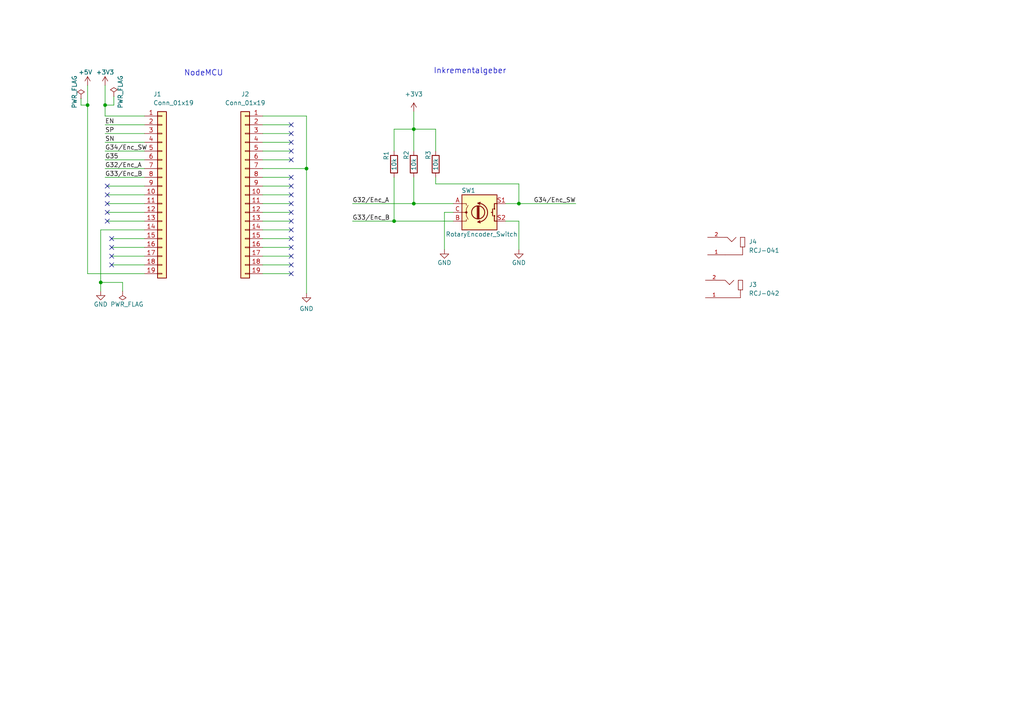
<source format=kicad_sch>
(kicad_sch (version 20211123) (generator eeschema)
  (paper "A4")
  (lib_symbols
    (symbol "Connector_Generic:Conn_01x19" (pin_names (offset 1.016) hide)
      (property "Reference" "J" (at 0 25.4 0))
      (property "Value" "Conn_01x19" (at 0 -25.4 0))
      (symbol "Conn_01x19_1_1"
        (rectangle (start -1.27 -22.733) (end 0 -22.987) (stroke (width 0.1524)))
        (rectangle (start -1.27 -20.193) (end 0 -20.447) (stroke (width 0.1524)))
        (rectangle (start -1.27 -17.653) (end 0 -17.907) (stroke (width 0.1524)))
        (rectangle (start -1.27 -15.113) (end 0 -15.367) (stroke (width 0.1524)))
        (rectangle (start -1.27 -12.573) (end 0 -12.827) (stroke (width 0.1524)))
        (rectangle (start -1.27 -10.033) (end 0 -10.287) (stroke (width 0.1524)))
        (rectangle (start -1.27 -7.493) (end 0 -7.747) (stroke (width 0.1524)))
        (rectangle (start -1.27 -4.953) (end 0 -5.207) (stroke (width 0.1524)))
        (rectangle (start -1.27 -2.413) (end 0 -2.667) (stroke (width 0.1524)))
        (rectangle (start -1.27 0.127) (end 0 -0.127) (stroke (width 0.1524)))
        (rectangle (start -1.27 2.667) (end 0 2.413) (stroke (width 0.1524)))
        (rectangle (start -1.27 5.207) (end 0 4.953) (stroke (width 0.1524)))
        (rectangle (start -1.27 7.747) (end 0 7.493) (stroke (width 0.1524)))
        (rectangle (start -1.27 10.287) (end 0 10.033) (stroke (width 0.1524)))
        (rectangle (start -1.27 12.827) (end 0 12.573) (stroke (width 0.1524)))
        (rectangle (start -1.27 15.367) (end 0 15.113) (stroke (width 0.1524)))
        (rectangle (start -1.27 17.907) (end 0 17.653) (stroke (width 0.1524)))
        (rectangle (start -1.27 20.447) (end 0 20.193) (stroke (width 0.1524)))
        (rectangle (start -1.27 22.987) (end 0 22.733) (stroke (width 0.1524)))
        (rectangle (start -1.27 24.13) (end 1.27 -24.13) (stroke (width 0.254)) (fill (type background)))
        (pin passive line (at -5.08 22.86 0) (length 3.81) (name "Pin_1") (number "1"))
        (pin passive line (at -5.08 0 0) (length 3.81) (name "Pin_10") (number "10"))
        (pin passive line (at -5.08 -2.54 0) (length 3.81) (name "Pin_11") (number "11"))
        (pin passive line (at -5.08 -5.08 0) (length 3.81) (name "Pin_12") (number "12"))
        (pin passive line (at -5.08 -7.62 0) (length 3.81) (name "Pin_13") (number "13"))
        (pin passive line (at -5.08 -10.16 0) (length 3.81) (name "Pin_14") (number "14"))
        (pin passive line (at -5.08 -12.7 0) (length 3.81) (name "Pin_15") (number "15"))
        (pin passive line (at -5.08 -15.24 0) (length 3.81) (name "Pin_16") (number "16"))
        (pin passive line (at -5.08 -17.78 0) (length 3.81) (name "Pin_17") (number "17"))
        (pin passive line (at -5.08 -20.32 0) (length 3.81) (name "Pin_18") (number "18"))
        (pin passive line (at -5.08 -22.86 0) (length 3.81) (name "Pin_19") (number "19"))
        (pin passive line (at -5.08 20.32 0) (length 3.81) (name "Pin_2") (number "2"))
        (pin passive line (at -5.08 17.78 0) (length 3.81) (name "Pin_3") (number "3"))
        (pin passive line (at -5.08 15.24 0) (length 3.81) (name "Pin_4") (number "4"))
        (pin passive line (at -5.08 12.7 0) (length 3.81) (name "Pin_5") (number "5"))
        (pin passive line (at -5.08 10.16 0) (length 3.81) (name "Pin_6") (number "6"))
        (pin passive line (at -5.08 7.62 0) (length 3.81) (name "Pin_7") (number "7"))
        (pin passive line (at -5.08 5.08 0) (length 3.81) (name "Pin_8") (number "8"))
        (pin passive line (at -5.08 2.54 0) (length 3.81) (name "Pin_9") (number "9"))
      )
    )
    (symbol "Device:R" (pin_numbers hide) (pin_names (offset 0))
      (property "Reference" "R" (at 2.032 0 90))
      (property "Value" "R" (at 0 0 90))
      (symbol "R_0_1"
        (rectangle (start -1.016 -2.54) (end 1.016 2.54) (stroke (width 0.254)))
      )
      (symbol "R_1_1"
        (pin passive line (at 0 3.81 270) (length 1.27) (name "~") (number "1"))
        (pin passive line (at 0 -3.81 90) (length 1.27) (name "~") (number "2"))
      )
    )
    (symbol "Device:RotaryEncoder_Switch" (pin_names (offset 0.254) hide)
      (property "Reference" "SW" (at 0 6.604 0))
      (property "Value" "RotaryEncoder_Switch" (at 0 -6.604 0))
      (symbol "RotaryEncoder_Switch_0_1"
        (rectangle (start -5.08 5.08) (end 5.08 -5.08) (stroke (width 0.254)) (fill (type background)))
        (circle (center -3.81 0) (radius 0.254) (fill (type outline)))
        (arc (start -0.381 -2.794) (mid 2.3622 -0.0508) (end -0.381 2.667) (stroke (width 0.254)))
        (circle (center -0.381 0) (radius 1.905) (stroke (width 0.254)))
        (polyline (pts (xy -0.635 -1.778) (xy -0.635 1.778)) (stroke (width 0.254)))
        (polyline (pts (xy -0.381 -1.778) (xy -0.381 1.778)) (stroke (width 0.254)))
        (polyline (pts (xy -0.127 1.778) (xy -0.127 -1.778)) (stroke (width 0.254)))
        (polyline (pts (xy 3.81 0) (xy 3.429 0)) (stroke (width 0.254)))
        (polyline (pts (xy 3.81 1.016) (xy 3.81 -1.016)) (stroke (width 0.254)))
        (polyline (pts (xy -5.08 -2.54) (xy -3.81 -2.54) (xy -3.81 -2.032)))
        (polyline (pts (xy -5.08 2.54) (xy -3.81 2.54) (xy -3.81 2.032)))
        (polyline (pts (xy 0.254 -3.048) (xy -0.508 -2.794) (xy 0.127 -2.413)) (stroke (width 0.254)))
        (polyline (pts (xy 0.254 2.921) (xy -0.508 2.667) (xy 0.127 2.286)) (stroke (width 0.254)))
        (polyline (pts (xy 5.08 -2.54) (xy 4.318 -2.54) (xy 4.318 -1.016)) (stroke (width 0.254)))
        (polyline (pts (xy 5.08 2.54) (xy 4.318 2.54) (xy 4.318 1.016)) (stroke (width 0.254)))
        (polyline (pts (xy -5.08 0) (xy -3.81 0) (xy -3.81 -1.016) (xy -3.302 -2.032)))
        (polyline (pts (xy -4.318 0) (xy -3.81 0) (xy -3.81 1.016) (xy -3.302 2.032)))
        (circle (center 4.318 -1.016) (radius 0.127) (stroke (width 0.254)))
        (circle (center 4.318 1.016) (radius 0.127) (stroke (width 0.254)))
      )
      (symbol "RotaryEncoder_Switch_1_1"
        (pin passive line (at -7.62 2.54 0) (length 2.54) (name "A") (number "A"))
        (pin passive line (at -7.62 -2.54 0) (length 2.54) (name "B") (number "B"))
        (pin passive line (at -7.62 0 0) (length 2.54) (name "C") (number "C"))
        (pin passive line (at 7.62 2.54 180) (length 2.54) (name "S1") (number "S1"))
        (pin passive line (at 7.62 -2.54 180) (length 2.54) (name "S2") (number "S2"))
      )
    )
    (symbol "RCJ-041:RCJ-041" (pin_names (offset 1.016) hide)
      (property "Reference" "J" (at -5.6388 4.0894 0))
      (property "Value" "RCJ-041" (at -5.1054 -5.6388 0))
      (symbol "RCJ-041_0_0"
        (polyline (pts (xy -5.715 -0.254) (xy -5.08 -0.254)) (stroke (width 0.1524)))
        (polyline (pts (xy -5.715 2.54) (xy -5.715 -0.254)) (stroke (width 0.1524)))
        (polyline (pts (xy -5.08 -2.54) (xy -5.08 -0.254)) (stroke (width 0.1524)))
        (polyline (pts (xy -5.08 -0.254) (xy -4.445 -0.254)) (stroke (width 0.1524)))
        (polyline (pts (xy -4.445 -0.254) (xy -4.445 2.54)) (stroke (width 0.1524)))
        (polyline (pts (xy -4.445 2.54) (xy -5.715 2.54)) (stroke (width 0.1524)))
        (polyline (pts (xy -1.905 1.27) (xy -3.175 2.54)) (stroke (width 0.1524)))
        (polyline (pts (xy -0.635 2.54) (xy -1.905 1.27)) (stroke (width 0.1524)))
        (polyline (pts (xy 0 -2.54) (xy -5.08 -2.54)) (stroke (width 0.1524)))
        (polyline (pts (xy 0 2.54) (xy -0.635 2.54)) (stroke (width 0.1524)))
        (pin passive line (at 5.08 -2.54 180) (length 5.08) (name "~") (number "1"))
        (pin passive line (at 5.08 2.54 180) (length 5.08) (name "~") (number "2"))
      )
    )
    (symbol "RCJ-042:RCJ-042" (pin_names (offset 1.016) hide)
      (property "Reference" "J" (at -5.6388 4.0894 0))
      (property "Value" "RCJ-042" (at -5.1308 -5.6388 0))
      (symbol "RCJ-042_0_0"
        (polyline (pts (xy -5.715 -0.254) (xy -5.08 -0.254)) (stroke (width 0.1524)))
        (polyline (pts (xy -5.715 2.54) (xy -5.715 -0.254)) (stroke (width 0.1524)))
        (polyline (pts (xy -5.08 -2.54) (xy -5.08 -0.254)) (stroke (width 0.1524)))
        (polyline (pts (xy -5.08 -0.254) (xy -4.445 -0.254)) (stroke (width 0.1524)))
        (polyline (pts (xy -4.445 -0.254) (xy -4.445 2.54)) (stroke (width 0.1524)))
        (polyline (pts (xy -4.445 2.54) (xy -5.715 2.54)) (stroke (width 0.1524)))
        (polyline (pts (xy -1.905 1.27) (xy -3.175 2.54)) (stroke (width 0.1524)))
        (polyline (pts (xy -0.635 2.54) (xy -1.905 1.27)) (stroke (width 0.1524)))
        (polyline (pts (xy 0 -2.54) (xy -5.08 -2.54)) (stroke (width 0.1524)))
        (polyline (pts (xy 0 2.54) (xy -0.635 2.54)) (stroke (width 0.1524)))
        (pin passive line (at 5.08 -2.54 180) (length 5.08) (name "~") (number "1"))
        (pin passive line (at 5.08 2.54 180) (length 5.08) (name "~") (number "2"))
      )
    )
    (symbol "power:+3V3" (power) (pin_names (offset 0))
      (property "Value" "+3V3" (at 0 3.556 0))
      (symbol "+3V3_0_1"
        (polyline (pts (xy -0.762 1.27) (xy 0 2.54)))
        (polyline (pts (xy 0 0) (xy 0 2.54)))
        (polyline (pts (xy 0 2.54) (xy 0.762 1.27)))
      )
      (symbol "+3V3_1_1"
        (pin power_in line (at 0 0 90) (length 0) hide (name "+3V3") (number "1"))
      )
    )
    (symbol "power:+5V" (power) (pin_names (offset 0))
      (property "Value" "+5V" (at 0 3.556 0))
      (symbol "+5V_0_1"
        (polyline (pts (xy -0.762 1.27) (xy 0 2.54)))
        (polyline (pts (xy 0 0) (xy 0 2.54)))
        (polyline (pts (xy 0 2.54) (xy 0.762 1.27)))
      )
      (symbol "+5V_1_1"
        (pin power_in line (at 0 0 90) (length 0) hide (name "+5V") (number "1"))
      )
    )
    (symbol "power:GND" (power) (pin_names (offset 0))
      (property "Value" "GND" (at 0 -3.81 0))
      (symbol "GND_0_1"
        (polyline (pts (xy 0 0) (xy 0 -1.27) (xy 1.27 -1.27) (xy 0 -2.54) (xy -1.27 -1.27) (xy 0 -1.27)))
      )
      (symbol "GND_1_1"
        (pin power_in line (at 0 0 270) (length 0) hide (name "GND") (number "1"))
      )
    )
    (symbol "power:PWR_FLAG" (power) (pin_numbers hide) (pin_names (offset 0) hide)
      (property "Value" "PWR_FLAG" (at 0 3.81 0))
      (symbol "PWR_FLAG_0_0"
        (pin power_out line (at 0 0 90) (length 0) (name "pwr") (number "1"))
      )
      (symbol "PWR_FLAG_0_1"
        (polyline (pts (xy 0 0) (xy 0 1.27) (xy -1.016 1.905) (xy 0 2.54) (xy 1.016 1.905) (xy 0 1.27)))
      )
    )
  )
  (junction (at 120.015 37.465))
  (junction (at 25.4 30.48))
  (junction (at 29.21 81.915))
  (junction (at 88.9 48.895))
  (junction (at 150.495 59.055))
  (junction (at 120.015 59.055))
  (junction (at 30.48 30.48))
  (junction (at 114.3 64.135))
  (no_connect (at 84.455 53.975))
  (no_connect (at 84.455 51.435))
  (no_connect (at 32.385 71.755))
  (no_connect (at 32.385 76.835))
  (no_connect (at 32.385 74.295))
  (no_connect (at 32.385 69.215))
  (no_connect (at 31.115 61.595))
  (no_connect (at 31.115 59.055))
  (no_connect (at 31.115 64.135))
  (no_connect (at 84.455 79.375))
  (no_connect (at 84.455 64.135))
  (no_connect (at 84.455 61.595))
  (no_connect (at 84.455 59.055))
  (no_connect (at 84.455 56.515))
  (no_connect (at 84.455 76.835))
  (no_connect (at 84.455 74.295))
  (no_connect (at 84.455 71.755))
  (no_connect (at 84.455 69.215))
  (no_connect (at 84.455 66.675))
  (no_connect (at 31.115 53.975))
  (no_connect (at 31.115 56.515))
  (no_connect (at 84.455 38.735))
  (no_connect (at 84.455 36.195))
  (no_connect (at 84.455 41.275))
  (no_connect (at 84.455 46.355))
  (no_connect (at 84.455 43.815))
  (wire (pts (xy 32.385 71.755) (xy 41.91 71.755)))
  (wire (pts (xy 25.4 30.48) (xy 25.4 79.375)))
  (wire (pts (xy 131.445 64.135) (xy 114.3 64.135)))
  (wire (pts (xy 30.48 33.655) (xy 41.91 33.655)))
  (wire (pts (xy 88.9 48.895) (xy 88.9 85.09)))
  (wire (pts (xy 76.2 71.755) (xy 84.455 71.755)))
  (wire (pts (xy 114.3 64.135) (xy 102.235 64.135)))
  (wire (pts (xy 76.2 38.735) (xy 84.455 38.735)))
  (wire (pts (xy 25.4 79.375) (xy 41.91 79.375)))
  (wire (pts (xy 150.495 53.34) (xy 150.495 59.055)))
  (wire (pts (xy 76.2 61.595) (xy 84.455 61.595)))
  (wire (pts (xy 30.48 51.435) (xy 41.91 51.435)))
  (wire (pts (xy 30.48 43.815) (xy 41.91 43.815)))
  (wire (pts (xy 76.2 64.135) (xy 84.455 64.135)))
  (wire (pts (xy 131.445 59.055) (xy 120.015 59.055)))
  (wire (pts (xy 30.48 24.765) (xy 30.48 30.48)))
  (wire (pts (xy 76.2 41.275) (xy 84.455 41.275)))
  (wire (pts (xy 76.2 53.975) (xy 84.455 53.975)))
  (wire (pts (xy 30.48 41.275) (xy 41.91 41.275)))
  (wire (pts (xy 76.2 79.375) (xy 84.455 79.375)))
  (wire (pts (xy 76.2 46.355) (xy 84.455 46.355)))
  (wire (pts (xy 150.495 59.055) (xy 146.685 59.055)))
  (wire (pts (xy 31.115 59.055) (xy 41.91 59.055)))
  (wire (pts (xy 76.2 51.435) (xy 84.455 51.435)))
  (wire (pts (xy 30.48 30.48) (xy 30.48 33.655)))
  (wire (pts (xy 150.495 59.055) (xy 167.005 59.055)))
  (wire (pts (xy 23.495 30.48) (xy 25.4 30.48)))
  (wire (pts (xy 25.4 24.765) (xy 25.4 30.48)))
  (wire (pts (xy 32.385 76.835) (xy 41.91 76.835)))
  (wire (pts (xy 35.56 81.915) (xy 29.21 81.915)))
  (wire (pts (xy 76.2 76.835) (xy 84.455 76.835)))
  (wire (pts (xy 146.685 64.135) (xy 150.495 64.135)))
  (wire (pts (xy 76.2 74.295) (xy 84.455 74.295)))
  (wire (pts (xy 33.02 27.94) (xy 33.02 30.48)))
  (wire (pts (xy 150.495 64.135) (xy 150.495 72.39)))
  (wire (pts (xy 31.115 53.975) (xy 41.91 53.975)))
  (wire (pts (xy 31.115 56.515) (xy 41.91 56.515)))
  (wire (pts (xy 30.48 48.895) (xy 41.91 48.895)))
  (wire (pts (xy 32.385 69.215) (xy 41.91 69.215)))
  (wire (pts (xy 29.21 66.675) (xy 41.91 66.675)))
  (wire (pts (xy 76.2 69.215) (xy 84.455 69.215)))
  (wire (pts (xy 76.2 43.815) (xy 84.455 43.815)))
  (wire (pts (xy 30.48 36.195) (xy 41.91 36.195)))
  (wire (pts (xy 131.445 61.595) (xy 128.905 61.595)))
  (wire (pts (xy 120.015 59.055) (xy 102.235 59.055)))
  (wire (pts (xy 35.56 84.455) (xy 35.56 81.915)))
  (wire (pts (xy 76.2 56.515) (xy 84.455 56.515)))
  (wire (pts (xy 76.2 59.055) (xy 84.455 59.055)))
  (wire (pts (xy 29.21 81.915) (xy 29.21 84.455)))
  (wire (pts (xy 120.015 32.385) (xy 120.015 37.465)))
  (wire (pts (xy 126.365 43.815) (xy 126.365 37.465)))
  (wire (pts (xy 31.115 64.135) (xy 41.91 64.135)))
  (wire (pts (xy 126.365 53.34) (xy 150.495 53.34)))
  (wire (pts (xy 126.365 51.435) (xy 126.365 53.34)))
  (wire (pts (xy 120.015 59.055) (xy 120.015 51.435)))
  (wire (pts (xy 31.115 61.595) (xy 41.91 61.595)))
  (wire (pts (xy 126.365 37.465) (xy 120.015 37.465)))
  (wire (pts (xy 114.3 64.135) (xy 114.3 51.435)))
  (wire (pts (xy 76.2 33.655) (xy 88.9 33.655)))
  (wire (pts (xy 23.495 28.575) (xy 23.495 30.48)))
  (wire (pts (xy 114.3 37.465) (xy 120.015 37.465)))
  (wire (pts (xy 128.905 61.595) (xy 128.905 72.39)))
  (wire (pts (xy 88.9 33.655) (xy 88.9 48.895)))
  (wire (pts (xy 30.48 30.48) (xy 33.02 30.48)))
  (wire (pts (xy 76.2 66.675) (xy 84.455 66.675)))
  (wire (pts (xy 30.48 46.355) (xy 41.91 46.355)))
  (wire (pts (xy 76.2 36.195) (xy 84.455 36.195)))
  (wire (pts (xy 114.3 43.815) (xy 114.3 37.465)))
  (wire (pts (xy 32.385 74.295) (xy 41.91 74.295)))
  (wire (pts (xy 30.48 38.735) (xy 41.91 38.735)))
  (wire (pts (xy 76.2 48.895) (xy 88.9 48.895)))
  (wire (pts (xy 29.21 66.675) (xy 29.21 81.915)))
  (wire (pts (xy 120.015 37.465) (xy 120.015 43.815)))
  (text "NodeMCU" (at 53.34 22.225 0) (effects (font (size 1.6256 1.6256)) (justify left bottom)))
  (text "Inkrementalgeber" (at 125.73 21.59 0) (effects (font (size 1.6256 1.6256)) (justify left bottom)))
  (label "SP" (at 30.48 38.735 0))
  (label "G32{slash}Enc_A" (at 102.235 59.055 0))
  (label "G34{slash}Enc_SW" (at 30.48 43.815 0))
  (label "G33{slash}Enc_B" (at 102.235 64.135 0))
  (label "EN" (at 30.48 36.195 0))
  (label "SN" (at 30.48 41.275 0))
  (label "G35" (at 30.48 46.355 0))
  (label "G33{slash}Enc_B" (at 30.48 51.435 0))
  (label "G34{slash}Enc_SW" (at 167.005 59.055 180))
  (label "G32{slash}Enc_A" (at 30.48 48.895 0))
  (symbol (lib_id "power:+3V3") (at 120.015 32.385 0) (unit 1)
    (property "Reference" "#PWR05" (effects hide))
    (property "Value" "+3V3" (at 120.015 27.305 0))
  )
  (symbol (lib_id "power:GND") (at 29.21 84.455 0) (unit 1)
    (property "Reference" "#PWR02" (effects hide))
    (property "Value" "GND" (at 29.21 88.265 0))
  )
  (symbol (lib_id "Device:RotaryEncoder_Switch") (at 139.065 61.595 0) (unit 1)
    (property "Reference" "SW1" (at 135.89 55.245 0))
    (property "Value" "RotaryEncoder_Switch" (at 139.7 67.945 0))
    (property "Footprint" "Rotary_Encoder:RotaryEncoder_Alps_EC11E-Switch_Vertical_H20mm" (effects hide))
  )
  (symbol (lib_id "power:+3V3") (at 30.48 24.765 0) (unit 1)
    (property "Reference" "#PWR03" (effects hide))
    (property "Value" "+3V3" (at 30.48 20.955 0))
  )
  (symbol (lib_id "power:PWR_FLAG") (at 35.56 84.455 180) (unit 1)
    (property "Reference" "#FLG0103" (effects hide))
    (property "Value" "PWR_FLAG" (at 36.83 88.265 0))
  )
  (symbol (lib_id "power:GND") (at 150.495 72.39 0) (unit 1)
    (property "Reference" "#PWR07" (effects hide))
    (property "Value" "GND" (at 150.495 76.2 0))
  )
  (symbol (lib_id "Device:R") (at 126.365 47.625 0) (unit 1)
    (property "Reference" "R3" (at 124.206 46.355 90) (effects (justify left)))
    (property "Value" "10k" (at 126.365 49.53 90) (effects (justify left)))
    (property "Footprint" "Resistor_THT:R_Axial_DIN0207_L6.3mm_D2.5mm_P10.16mm_Horizontal" (effects hide))
  )
  (symbol (lib_id "Device:R") (at 114.3 47.625 0) (unit 1)
    (property "Reference" "R1" (at 112.014 46.482 90) (effects (justify left)))
    (property "Value" "10k" (at 114.3 49.53 90) (effects (justify left)))
    (property "Footprint" "Resistor_THT:R_Axial_DIN0207_L6.3mm_D2.5mm_P10.16mm_Horizontal" (effects hide))
  )
  (symbol (lib_id "RCJ-041:RCJ-041") (at 210.312 71.374 0) (mirror y) (unit 1)
    (property "Reference" "J4" (at 217.17 70.1039 0) (effects (justify right)))
    (property "Value" "RCJ-041" (at 217.17 72.6439 0) (effects (justify right)))
    (property "Footprint" "RCJ-041:CUI_RCJ-041" (effects hide))
    (property "MF" "CUI Devices" (effects hide))
    (property "CUI_PURCHASE_URL" "https://www.cuidevices.com/product/interconnect/connectors/rca-connectors/rcj-04-series?utm_source=snapeda.com&utm_medium=referral&utm_campaign=snapedaBOM" (effects hide))
    (property "DESCRIPTION" "Metal Right-Angle, RCA Jack, Black Housing and Insulation" (effects hide))
    (property "PACKAGE" "None" (effects hide))
    (property "MP" "RCJ-041" (effects hide))
    (property "PRICE" "None" (effects hide))
    (property "AVAILABILITY" "Unavailable" (effects hide))
  )
  (symbol (lib_id "Device:R") (at 120.015 47.625 0) (unit 1)
    (property "Reference" "R2" (at 117.856 46.355 90) (effects (justify left)))
    (property "Value" "10k" (at 120.015 49.53 90) (effects (justify left)))
    (property "Footprint" "Resistor_THT:R_Axial_DIN0207_L6.3mm_D2.5mm_P10.16mm_Horizontal" (effects hide))
  )
  (symbol (lib_id "power:GND") (at 128.905 72.39 0) (unit 1)
    (property "Reference" "#PWR06" (effects hide))
    (property "Value" "GND" (at 128.905 76.2 0))
  )
  (symbol (lib_id "power:GND") (at 88.9 85.09 0) (unit 1)
    (property "Reference" "#PWR04" (effects hide))
    (property "Value" "GND" (at 88.9 89.535 0))
  )
  (symbol (lib_id "power:PWR_FLAG") (at 33.02 27.94 0) (unit 1)
    (property "Reference" "#FLG0102" (effects hide))
    (property "Value" "PWR_FLAG" (at 34.925 26.67 90))
  )
  (symbol (lib_id "Connector_Generic:Conn_01x19") (at 71.12 56.515 0) (mirror y) (unit 1)
    (property "Reference" "J2" (at 71.12 27.305 0))
    (property "Value" "Conn_01x19" (at 71.12 29.845 0))
    (property "Footprint" "Connector_PinSocket_2.54mm:PinSocket_1x19_P2.54mm_Vertical" (effects hide))
  )
  (symbol (lib_id "Connector_Generic:Conn_01x19") (at 46.99 56.515 0) (unit 1)
    (property "Reference" "J1" (at 44.45 27.305 0) (effects (justify left)))
    (property "Value" "Conn_01x19" (at 44.45 29.845 0) (effects (justify left)))
    (property "Footprint" "Connector_PinSocket_2.54mm:PinSocket_1x19_P2.54mm_Vertical" (effects hide))
  )
  (symbol (lib_id "power:+5V") (at 25.4 24.765 0) (unit 1)
    (property "Reference" "#PWR01" (effects hide))
    (property "Value" "+5V" (at 24.765 20.955 0))
  )
  (symbol (lib_id "RCJ-042:RCJ-042") (at 209.677 83.82 0) (mirror y) (unit 1)
    (property "Reference" "J3" (at 217.17 82.5499 0) (effects (justify right)))
    (property "Value" "RCJ-042" (at 217.17 85.0899 0) (effects (justify right)))
    (property "Footprint" "RCJ-042:CUI_RCJ-042" (effects hide))
    (property "CUI_PURCHASE_URL" "https://www.cuidevices.com/product/interconnect/connectors/rca-connectors/rcj-04-series?utm_source=snapeda.com&utm_medium=referral&utm_campaign=snapedaBOM" (effects hide))
    (property "MF" "CUI Devices" (effects hide))
    (property "PACKAGE" "None" (effects hide))
    (property "PRICE" "None" (effects hide))
    (property "MP" "RCJ-042" (effects hide))
    (property "AVAILABILITY" "Unavailable" (effects hide))
    (property "DESCRIPTION" "Metal Right-Angle, RCA Jack, Red Housing and Insulation" (effects hide))
  )
  (symbol (lib_id "power:PWR_FLAG") (at 23.495 28.575 0) (unit 1)
    (property "Reference" "#FLG0101" (effects hide))
    (property "Value" "PWR_FLAG" (at 21.59 26.67 90))
  )
)
</source>
